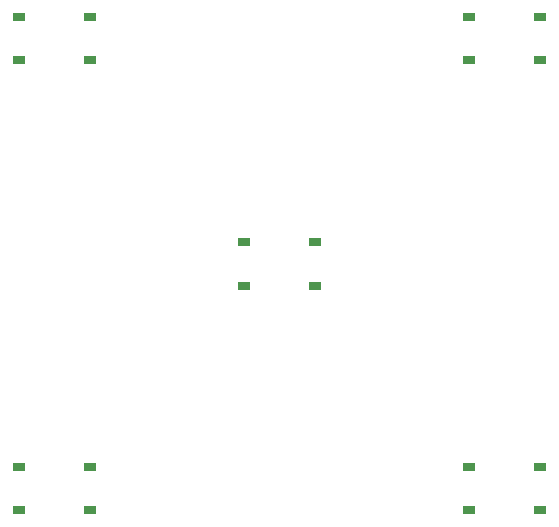
<source format=gtp>
G04*
G04 #@! TF.GenerationSoftware,Altium Limited,Altium Designer,23.8.1 (32)*
G04*
G04 Layer_Color=8421504*
%FSLAX25Y25*%
%MOIN*%
G70*
G04*
G04 #@! TF.SameCoordinates,69CDD0E5-7439-40E5-B8CE-76B83E1F4441*
G04*
G04*
G04 #@! TF.FilePolarity,Positive*
G04*
G01*
G75*
%ADD12R,0.03937X0.02756*%
D12*
X86811Y-82284D02*
D03*
X63189D02*
D03*
X86811Y-67716D02*
D03*
X63189D02*
D03*
X-63189Y-82284D02*
D03*
X-86811D02*
D03*
X-63189Y-67716D02*
D03*
X-86811D02*
D03*
X86811Y67716D02*
D03*
X63189D02*
D03*
X86811Y82284D02*
D03*
X63189D02*
D03*
X-63189Y67716D02*
D03*
X-86811D02*
D03*
X-63189Y82284D02*
D03*
X-86811D02*
D03*
X11811Y-7382D02*
D03*
X-11811D02*
D03*
X11811Y7185D02*
D03*
X-11811D02*
D03*
M02*

</source>
